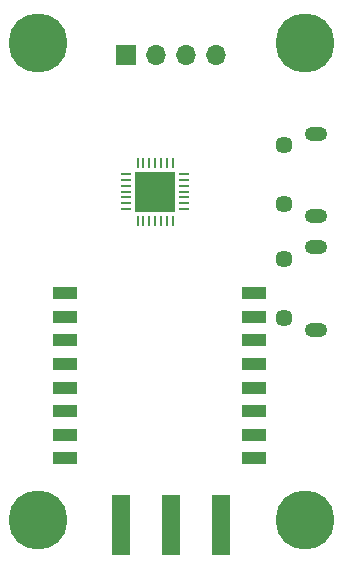
<source format=gbr>
%TF.GenerationSoftware,KiCad,Pcbnew,(6.0.2)*%
%TF.CreationDate,2022-06-15T17:14:16+10:00*%
%TF.ProjectId,RFM95_Serial_Converter_PCB,52464d39-355f-4536-9572-69616c5f436f,rev?*%
%TF.SameCoordinates,Original*%
%TF.FileFunction,Soldermask,Bot*%
%TF.FilePolarity,Negative*%
%FSLAX46Y46*%
G04 Gerber Fmt 4.6, Leading zero omitted, Abs format (unit mm)*
G04 Created by KiCad (PCBNEW (6.0.2)) date 2022-06-15 17:14:16*
%MOMM*%
%LPD*%
G01*
G04 APERTURE LIST*
G04 Aperture macros list*
%AMRoundRect*
0 Rectangle with rounded corners*
0 $1 Rounding radius*
0 $2 $3 $4 $5 $6 $7 $8 $9 X,Y pos of 4 corners*
0 Add a 4 corners polygon primitive as box body*
4,1,4,$2,$3,$4,$5,$6,$7,$8,$9,$2,$3,0*
0 Add four circle primitives for the rounded corners*
1,1,$1+$1,$2,$3*
1,1,$1+$1,$4,$5*
1,1,$1+$1,$6,$7*
1,1,$1+$1,$8,$9*
0 Add four rect primitives between the rounded corners*
20,1,$1+$1,$2,$3,$4,$5,0*
20,1,$1+$1,$4,$5,$6,$7,0*
20,1,$1+$1,$6,$7,$8,$9,0*
20,1,$1+$1,$8,$9,$2,$3,0*%
G04 Aperture macros list end*
%ADD10C,5.000000*%
%ADD11R,1.700000X1.700000*%
%ADD12O,1.700000X1.700000*%
%ADD13O,1.900000X1.200000*%
%ADD14C,1.450000*%
%ADD15RoundRect,0.062500X0.062500X-0.337500X0.062500X0.337500X-0.062500X0.337500X-0.062500X-0.337500X0*%
%ADD16RoundRect,0.062500X0.337500X-0.062500X0.337500X0.062500X-0.337500X0.062500X-0.337500X-0.062500X0*%
%ADD17R,3.350000X3.350000*%
%ADD18R,1.500000X5.080000*%
%ADD19R,2.000000X1.000000*%
G04 APERTURE END LIST*
D10*
%TO.C,H3*%
X87630000Y-83820000D03*
%TD*%
D11*
%TO.C,J1*%
X72517000Y-44507000D03*
D12*
X75057000Y-44507000D03*
X77597000Y-44507000D03*
X80137000Y-44507000D03*
%TD*%
D13*
%TO.C,J5*%
X88569500Y-67762000D03*
D14*
X85869500Y-66762000D03*
D13*
X88569500Y-60762000D03*
D14*
X85869500Y-61762000D03*
%TD*%
D13*
%TO.C,J4*%
X88569500Y-51126000D03*
D14*
X85869500Y-57126000D03*
D13*
X88569500Y-58126000D03*
D14*
X85869500Y-52126000D03*
%TD*%
D10*
%TO.C,H2*%
X87630000Y-43434000D03*
%TD*%
%TO.C,H4*%
X65024000Y-83820000D03*
%TD*%
%TO.C,H1*%
X65024000Y-43434000D03*
%TD*%
D15*
%TO.C,U5*%
X76480800Y-58482400D03*
X75980800Y-58482400D03*
X75480800Y-58482400D03*
X74980800Y-58482400D03*
X74480800Y-58482400D03*
X73980800Y-58482400D03*
X73480800Y-58482400D03*
D16*
X72530800Y-57532400D03*
X72530800Y-57032400D03*
X72530800Y-56532400D03*
X72530800Y-56032400D03*
X72530800Y-55532400D03*
X72530800Y-55032400D03*
X72530800Y-54532400D03*
D15*
X73480800Y-53582400D03*
X73980800Y-53582400D03*
X74480800Y-53582400D03*
X74980800Y-53582400D03*
X75480800Y-53582400D03*
X75980800Y-53582400D03*
X76480800Y-53582400D03*
D16*
X77430800Y-54532400D03*
X77430800Y-55032400D03*
X77430800Y-55532400D03*
X77430800Y-56032400D03*
X77430800Y-56532400D03*
X77430800Y-57032400D03*
X77430800Y-57532400D03*
D17*
X74980800Y-56032400D03*
%TD*%
D18*
%TO.C,AE1*%
X76327000Y-84299500D03*
X80577000Y-84299500D03*
X72077000Y-84299500D03*
%TD*%
D19*
%TO.C,U1*%
X83336400Y-64628000D03*
X83336400Y-66628000D03*
X83336400Y-68628000D03*
X83336400Y-70628000D03*
X83336400Y-72628000D03*
X83336400Y-74628000D03*
X83336400Y-76628000D03*
X83336400Y-78628000D03*
X67336400Y-78628000D03*
X67336400Y-76628000D03*
X67336400Y-74628000D03*
X67336400Y-72628000D03*
X67336400Y-70628000D03*
X67336400Y-68628000D03*
X67336400Y-66628000D03*
X67336400Y-64628000D03*
%TD*%
M02*

</source>
